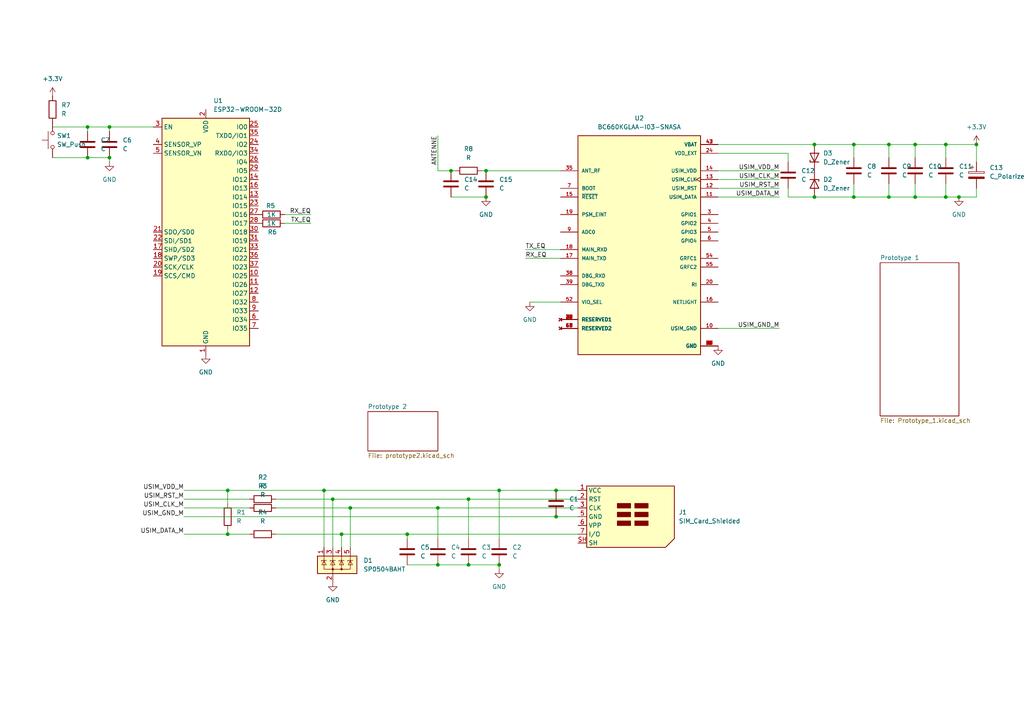
<source format=kicad_sch>
(kicad_sch (version 20231120) (generator "eeschema") (generator_version "8.0")
  (paper "A4")
  (lib_symbols
    (symbol "BC660KGLAA-I03-SNASA:BC660KGLAA-I03-SNASA" (pin_names (offset 1.016))
      (property "Reference" "U" (at -17.78 31.242 0))
      (property "Value" "BC660KGLAA-I03-SNASA" (at -17.78 -35.56 0))
      (symbol "BC660KGLAA-I03-SNASA_0_0"
        (rectangle (start -17.78 -33.02) (end 17.78 30.48) (stroke (width 0.254)) (fill (type background)))
        (pin power_in line (at 22.86 -30.48 180) (length 5.08) (name "GND") (number "1"))
        (pin power_in line (at 22.86 -25.4 180) (length 5.08) (name "USIM_GND") (number "10"))
        (pin output line (at 22.86 12.7 180) (length 5.08) (name "USIM_DATA") (number "11"))
        (pin output line (at 22.86 15.24 180) (length 5.08) (name "USIM_RST") (number "12"))
        (pin output clock (at 22.86 17.78 180) (length 5.08) (name "USIM_CLK") (number "13"))
        (pin power_in line (at 22.86 20.32 180) (length 5.08) (name "USIM_VDD") (number "14"))
        (pin input line (at -22.86 12.7 0) (length 5.08) (name "~{RESET}") (number "15"))
        (pin output line (at 22.86 -17.78 180) (length 5.08) (name "NETLIGHT") (number "16"))
        (pin output line (at -22.86 -5.08 0) (length 5.08) (name "MAIN_TXD") (number "17"))
        (pin input line (at -22.86 -2.54 0) (length 5.08) (name "MAIN_RXD") (number "18"))
        (pin input line (at -22.86 7.62 0) (length 5.08) (name "PSM_EINT") (number "19"))
        (pin no_connect line (at -22.86 -22.86 0) (length 5.08) (name "RESERVED1") (number "2"))
        (pin output line (at 22.86 -12.7 180) (length 5.08) (name "RI") (number "20"))
        (pin no_connect line (at -22.86 -22.86 0) (length 5.08) (name "RESERVED1") (number "21"))
        (pin no_connect line (at -22.86 -22.86 0) (length 5.08) (name "RESERVED1") (number "22"))
        (pin no_connect line (at -22.86 -22.86 0) (length 5.08) (name "RESERVED1") (number "23"))
        (pin power_in line (at 22.86 25.4 180) (length 5.08) (name "VDD_EXT") (number "24"))
        (pin no_connect line (at -22.86 -22.86 0) (length 5.08) (name "RESERVED1") (number "25"))
        (pin no_connect line (at -22.86 -22.86 0) (length 5.08) (name "RESERVED1") (number "26"))
        (pin power_in line (at 22.86 -30.48 180) (length 5.08) (name "GND") (number "27"))
        (pin no_connect line (at -22.86 -22.86 0) (length 5.08) (name "RESERVED1") (number "28"))
        (pin no_connect line (at -22.86 -22.86 0) (length 5.08) (name "RESERVED1") (number "29"))
        (pin bidirectional line (at 22.86 7.62 180) (length 5.08) (name "GPIO1") (number "3"))
        (pin no_connect line (at -22.86 -22.86 0) (length 5.08) (name "RESERVED1") (number "30"))
        (pin no_connect line (at -22.86 -22.86 0) (length 5.08) (name "RESERVED1") (number "31"))
        (pin no_connect line (at -22.86 -22.86 0) (length 5.08) (name "RESERVED1") (number "32"))
        (pin no_connect line (at -22.86 -22.86 0) (length 5.08) (name "RESERVED1") (number "33"))
        (pin power_in line (at 22.86 -30.48 180) (length 5.08) (name "GND") (number "34"))
        (pin bidirectional line (at -22.86 20.32 0) (length 5.08) (name "ANT_RF") (number "35"))
        (pin power_in line (at 22.86 -30.48 180) (length 5.08) (name "GND") (number "36"))
        (pin power_in line (at 22.86 -30.48 180) (length 5.08) (name "GND") (number "37"))
        (pin input line (at -22.86 -10.16 0) (length 5.08) (name "DBG_RXD") (number "38"))
        (pin output line (at -22.86 -12.7 0) (length 5.08) (name "DBG_TXD") (number "39"))
        (pin bidirectional line (at 22.86 5.08 180) (length 5.08) (name "GPIO2") (number "4"))
        (pin power_in line (at 22.86 -30.48 180) (length 5.08) (name "GND") (number "40"))
        (pin power_in line (at 22.86 -30.48 180) (length 5.08) (name "GND") (number "41"))
        (pin power_in line (at 22.86 27.94 180) (length 5.08) (name "VBAT") (number "42"))
        (pin power_in line (at 22.86 27.94 180) (length 5.08) (name "VBAT") (number "43"))
        (pin no_connect line (at -22.86 -22.86 0) (length 5.08) (name "RESERVED1") (number "44"))
        (pin no_connect line (at -22.86 -22.86 0) (length 5.08) (name "RESERVED1") (number "45"))
        (pin no_connect line (at -22.86 -25.4 0) (length 5.08) (name "RESERVED2") (number "46"))
        (pin no_connect line (at -22.86 -25.4 0) (length 5.08) (name "RESERVED2") (number "47"))
        (pin no_connect line (at -22.86 -25.4 0) (length 5.08) (name "RESERVED2") (number "48"))
        (pin no_connect line (at -22.86 -25.4 0) (length 5.08) (name "RESERVED2") (number "49"))
        (pin bidirectional line (at 22.86 2.54 180) (length 5.08) (name "GPIO3") (number "5"))
        (pin no_connect line (at -22.86 -25.4 0) (length 5.08) (name "RESERVED2") (number "50"))
        (pin no_connect line (at -22.86 -25.4 0) (length 5.08) (name "RESERVED2") (number "51"))
        (pin input line (at -22.86 -17.78 0) (length 5.08) (name "VIO_SEL") (number "52"))
        (pin no_connect line (at -22.86 -25.4 0) (length 5.08) (name "RESERVED2") (number "53"))
        (pin output line (at 22.86 -5.08 180) (length 5.08) (name "GRFC1") (number "54"))
        (pin output line (at 22.86 -7.62 180) (length 5.08) (name "GRFC2") (number "55"))
        (pin power_in line (at 22.86 -30.48 180) (length 5.08) (name "GND") (number "56"))
        (pin power_in line (at 22.86 -30.48 180) (length 5.08) (name "GND") (number "57"))
        (pin power_in line (at 22.86 -30.48 180) (length 5.08) (name "GND") (number "58"))
        (pin bidirectional line (at 22.86 0 180) (length 5.08) (name "GPIO4") (number "6"))
        (pin input line (at -22.86 15.24 0) (length 5.08) (name "BOOT") (number "7"))
        (pin no_connect line (at -22.86 -22.86 0) (length 5.08) (name "RESERVED1") (number "8"))
        (pin input line (at -22.86 2.54 0) (length 5.08) (name "ADC0") (number "9"))
      )
    )
    (symbol "Connector:SIM_Card_Shielded"
      (property "Reference" "J" (at -2.54 12.7 0))
      (property "Value" "SIM_Card_Shielded" (at -1.27 10.16 0))
      (symbol "SIM_Card_Shielded_0_1"
        (rectangle (start -1.27 -2.54) (end 2.54 -1.27) (stroke (width 0.254)) (fill (type outline)))
        (rectangle (start -1.27 0) (end 2.54 1.27) (stroke (width 0.254)) (fill (type outline)))
        (rectangle (start -1.27 2.54) (end 2.54 3.81) (stroke (width 0.254)) (fill (type outline)))
        (polyline (pts (xy -10.16 8.89) (xy -10.16 -8.89) (xy 12.7 -8.89) (xy 15.24 -6.35) (xy 15.24 8.89) (xy -10.16 8.89)) (stroke (width 0.254)) (fill (type background)))
        (rectangle (start 3.81 -1.27) (end 7.62 -2.54) (stroke (width 0.254)) (fill (type outline)))
        (rectangle (start 3.81 0) (end 7.62 1.27) (stroke (width 0.254)) (fill (type outline)))
        (rectangle (start 3.81 2.54) (end 7.62 3.81) (stroke (width 0.254)) (fill (type outline)))
      )
      (symbol "SIM_Card_Shielded_1_1"
        (pin power_in line (at -12.7 7.62 0) (length 2.54) (name "VCC") (number "1"))
        (pin input line (at -12.7 5.08 0) (length 2.54) (name "RST") (number "2"))
        (pin input line (at -12.7 2.54 0) (length 2.54) (name "CLK") (number "3"))
        (pin power_in line (at -12.7 0 0) (length 2.54) (name "GND") (number "5"))
        (pin input line (at -12.7 -2.54 0) (length 2.54) (name "VPP") (number "6"))
        (pin bidirectional line (at -12.7 -5.08 0) (length 2.54) (name "I/O") (number "7"))
        (pin passive line (at -12.7 -7.62 0) (length 2.54) (name "SH") (number "SH"))
      )
    )
    (symbol "Device:C" (pin_numbers hide) (pin_names (offset 0.254))
      (property "Reference" "C" (at 0.635 2.54 0))
      (property "Value" "C" (at 0.635 -2.54 0))
      (symbol "C_0_1"
        (polyline (pts (xy -2.032 -0.762) (xy 2.032 -0.762)) (stroke (width 0.508)))
        (polyline (pts (xy -2.032 0.762) (xy 2.032 0.762)) (stroke (width 0.508)))
      )
      (symbol "C_1_1"
        (pin passive line (at 0 3.81 270) (length 2.794) (name "~") (number "1"))
        (pin passive line (at 0 -3.81 90) (length 2.794) (name "~") (number "2"))
      )
    )
    (symbol "Device:C_Polarized" (pin_numbers hide) (pin_names (offset 0.254))
      (property "Reference" "C" (at 0.635 2.54 0))
      (property "Value" "C_Polarized" (at 0.635 -2.54 0))
      (symbol "C_Polarized_0_1"
        (rectangle (start -2.286 0.508) (end 2.286 1.016))
        (polyline (pts (xy -1.778 2.286) (xy -0.762 2.286)))
        (polyline (pts (xy -1.27 2.794) (xy -1.27 1.778)))
        (rectangle (start 2.286 -0.508) (end -2.286 -1.016) (fill (type outline)))
      )
      (symbol "C_Polarized_1_1"
        (pin passive line (at 0 3.81 270) (length 2.794) (name "~") (number "1"))
        (pin passive line (at 0 -3.81 90) (length 2.794) (name "~") (number "2"))
      )
    )
    (symbol "Device:D_Zener" (pin_numbers hide) (pin_names (offset 1.016) hide)
      (property "Reference" "D" (at 0 2.54 0))
      (property "Value" "D_Zener" (at 0 -2.54 0))
      (symbol "D_Zener_0_1"
        (polyline (pts (xy 1.27 0) (xy -1.27 0)))
        (polyline (pts (xy -1.27 -1.27) (xy -1.27 1.27) (xy -0.762 1.27)) (stroke (width 0.254)))
        (polyline (pts (xy 1.27 -1.27) (xy 1.27 1.27) (xy -1.27 0) (xy 1.27 -1.27)) (stroke (width 0.254)))
      )
      (symbol "D_Zener_1_1"
        (pin passive line (at -3.81 0 0) (length 2.54) (name "K") (number "1"))
        (pin passive line (at 3.81 0 180) (length 2.54) (name "A") (number "2"))
      )
    )
    (symbol "Device:R" (pin_numbers hide) (pin_names (offset 0))
      (property "Reference" "R" (at 2.032 0 90))
      (property "Value" "R" (at 0 0 90))
      (symbol "R_0_1"
        (rectangle (start -1.016 -2.54) (end 1.016 2.54) (stroke (width 0.254)))
      )
      (symbol "R_1_1"
        (pin passive line (at 0 3.81 270) (length 1.27) (name "~") (number "1"))
        (pin passive line (at 0 -3.81 90) (length 1.27) (name "~") (number "2"))
      )
    )
    (symbol "Power_Protection:SP0504BAHT" (pin_names hide)
      (property "Reference" "D" (at 7.62 2.54 0))
      (property "Value" "SP0504BAHT" (at 7.62 0.635 0))
      (symbol "SP0504BAHT_0_0"
        (pin passive line (at 0 -5.08 90) (length 2.54) (name "A") (number "2"))
      )
      (symbol "SP0504BAHT_0_1"
        (rectangle (start -4.445 2.54) (end 6.985 -2.54) (stroke (width 0.254)) (fill (type background)))
        (circle (center 0 -1.27) (radius 0.254) (fill (type outline)))
        (polyline (pts (xy -2.54 2.54) (xy -2.54 1.27)))
        (polyline (pts (xy 0 -1.27) (xy 0 -2.54)))
        (polyline (pts (xy 0 -1.27) (xy 0 1.27)))
        (polyline (pts (xy 0 2.54) (xy 0 1.27)))
        (polyline (pts (xy 2.54 2.54) (xy 2.54 1.27)))
        (polyline (pts (xy 5.08 2.54) (xy 5.08 1.27)))
        (polyline (pts (xy -3.302 1.016) (xy -3.302 1.27) (xy -1.778 1.27)))
        (polyline (pts (xy 0.762 1.27) (xy -0.762 1.27) (xy -0.762 1.016)))
        (polyline (pts (xy 5.08 1.27) (xy 5.08 -1.27) (xy 2.54 -1.27)))
        (polyline (pts (xy -2.54 1.27) (xy -2.54 -1.27) (xy 2.54 -1.27) (xy 2.54 1.27)))
        (polyline (pts (xy -2.54 1.27) (xy -1.905 0) (xy -3.175 0) (xy -2.54 1.27)))
        (polyline (pts (xy 0.635 0) (xy -0.635 0) (xy 0 1.27) (xy 0.635 0)))
        (polyline (pts (xy 1.778 1.016) (xy 1.778 1.27) (xy 3.175 1.27) (xy 3.302 1.27)))
        (polyline (pts (xy 2.54 1.27) (xy 1.905 0) (xy 3.175 0) (xy 2.54 1.27)))
        (polyline (pts (xy 4.318 1.016) (xy 4.318 1.27) (xy 5.715 1.27) (xy 5.842 1.27)))
        (polyline (pts (xy 5.08 1.27) (xy 4.445 0) (xy 5.715 0) (xy 5.08 1.27)))
        (circle (center 2.54 -1.27) (radius 0.254) (fill (type outline)))
      )
      (symbol "SP0504BAHT_1_1"
        (pin passive line (at -2.54 5.08 270) (length 2.54) (name "K") (number "1"))
        (pin passive line (at 0 5.08 270) (length 2.54) (name "K") (number "3"))
        (pin passive line (at 2.54 5.08 270) (length 2.54) (name "K") (number "4"))
        (pin passive line (at 5.08 5.08 270) (length 2.54) (name "K") (number "5"))
      )
    )
    (symbol "RF_Module:ESP32-WROOM-32D"
      (property "Reference" "U" (at -12.7 34.29 0))
      (property "Value" "ESP32-WROOM-32D" (at 1.27 34.29 0))
      (symbol "ESP32-WROOM-32D_0_1"
        (rectangle (start -12.7 33.02) (end 12.7 -33.02) (stroke (width 0.254)) (fill (type background)))
      )
      (symbol "ESP32-WROOM-32D_1_1"
        (pin power_in line (at 0 -35.56 90) (length 2.54) (name "GND") (number "1"))
        (pin bidirectional line (at 15.24 -12.7 180) (length 2.54) (name "IO25") (number "10"))
        (pin bidirectional line (at 15.24 -15.24 180) (length 2.54) (name "IO26") (number "11"))
        (pin bidirectional line (at 15.24 -17.78 180) (length 2.54) (name "IO27") (number "12"))
        (pin bidirectional line (at 15.24 10.16 180) (length 2.54) (name "IO14") (number "13"))
        (pin bidirectional line (at 15.24 15.24 180) (length 2.54) (name "IO12") (number "14"))
        (pin passive line (at 0 -35.56 90) (length 2.54) hide (name "GND") (number "15"))
        (pin bidirectional line (at 15.24 12.7 180) (length 2.54) (name "IO13") (number "16"))
        (pin bidirectional line (at -15.24 -5.08 0) (length 2.54) (name "SHD/SD2") (number "17"))
        (pin bidirectional line (at -15.24 -7.62 0) (length 2.54) (name "SWP/SD3") (number "18"))
        (pin bidirectional line (at -15.24 -12.7 0) (length 2.54) (name "SCS/CMD") (number "19"))
        (pin power_in line (at 0 35.56 270) (length 2.54) (name "VDD") (number "2"))
        (pin bidirectional line (at -15.24 -10.16 0) (length 2.54) (name "SCK/CLK") (number "20"))
        (pin bidirectional line (at -15.24 0 0) (length 2.54) (name "SDO/SD0") (number "21"))
        (pin bidirectional line (at -15.24 -2.54 0) (length 2.54) (name "SDI/SD1") (number "22"))
        (pin bidirectional line (at 15.24 7.62 180) (length 2.54) (name "IO15") (number "23"))
        (pin bidirectional line (at 15.24 25.4 180) (length 2.54) (name "IO2") (number "24"))
        (pin bidirectional line (at 15.24 30.48 180) (length 2.54) (name "IO0") (number "25"))
        (pin bidirectional line (at 15.24 20.32 180) (length 2.54) (name "IO4") (number "26"))
        (pin bidirectional line (at 15.24 5.08 180) (length 2.54) (name "IO16") (number "27"))
        (pin bidirectional line (at 15.24 2.54 180) (length 2.54) (name "IO17") (number "28"))
        (pin bidirectional line (at 15.24 17.78 180) (length 2.54) (name "IO5") (number "29"))
        (pin input line (at -15.24 30.48 0) (length 2.54) (name "EN") (number "3"))
        (pin bidirectional line (at 15.24 0 180) (length 2.54) (name "IO18") (number "30"))
        (pin bidirectional line (at 15.24 -2.54 180) (length 2.54) (name "IO19") (number "31"))
        (pin no_connect line (at -12.7 -27.94 0) (length 2.54) hide (name "NC") (number "32"))
        (pin bidirectional line (at 15.24 -5.08 180) (length 2.54) (name "IO21") (number "33"))
        (pin bidirectional line (at 15.24 22.86 180) (length 2.54) (name "RXD0/IO3") (number "34"))
        (pin bidirectional line (at 15.24 27.94 180) (length 2.54) (name "TXD0/IO1") (number "35"))
        (pin bidirectional line (at 15.24 -7.62 180) (length 2.54) (name "IO22") (number "36"))
        (pin bidirectional line (at 15.24 -10.16 180) (length 2.54) (name "IO23") (number "37"))
        (pin passive line (at 0 -35.56 90) (length 2.54) hide (name "GND") (number "38"))
        (pin passive line (at 0 -35.56 90) (length 2.54) hide (name "GND") (number "39"))
        (pin input line (at -15.24 25.4 0) (length 2.54) (name "SENSOR_VP") (number "4"))
        (pin input line (at -15.24 22.86 0) (length 2.54) (name "SENSOR_VN") (number "5"))
        (pin input line (at 15.24 -25.4 180) (length 2.54) (name "IO34") (number "6"))
        (pin input line (at 15.24 -27.94 180) (length 2.54) (name "IO35") (number "7"))
        (pin bidirectional line (at 15.24 -20.32 180) (length 2.54) (name "IO32") (number "8"))
        (pin bidirectional line (at 15.24 -22.86 180) (length 2.54) (name "IO33") (number "9"))
      )
    )
    (symbol "Switch:SW_Push" (pin_numbers hide) (pin_names (offset 1.016) hide)
      (property "Reference" "SW" (at 1.27 2.54 0))
      (property "Value" "SW_Push" (at 0 -1.524 0))
      (symbol "SW_Push_0_1"
        (circle (center -2.032 0) (radius 0.508))
        (polyline (pts (xy 0 1.27) (xy 0 3.048)))
        (polyline (pts (xy 2.54 1.27) (xy -2.54 1.27)))
        (circle (center 2.032 0) (radius 0.508))
        (pin passive line (at -5.08 0 0) (length 2.54) (name "1") (number "1"))
        (pin passive line (at 5.08 0 180) (length 2.54) (name "2") (number "2"))
      )
    )
    (symbol "power:+3.3V" (power) (pin_numbers hide) (pin_names (offset 0) hide)
      (property "Value" "+3.3V" (at 0 3.556 0))
      (symbol "+3.3V_0_1"
        (polyline (pts (xy -0.762 1.27) (xy 0 2.54)))
        (polyline (pts (xy 0 0) (xy 0 2.54)))
        (polyline (pts (xy 0 2.54) (xy 0.762 1.27)))
      )
      (symbol "+3.3V_1_1"
        (pin power_in line (at 0 0 90) (length 0) (name "~") (number "1"))
      )
    )
    (symbol "power:GND" (power) (pin_numbers hide) (pin_names (offset 0) hide)
      (property "Value" "GND" (at 0 -3.81 0))
      (symbol "GND_0_1"
        (polyline (pts (xy 0 0) (xy 0 -1.27) (xy 1.27 -1.27) (xy 0 -2.54) (xy -1.27 -1.27) (xy 0 -1.27)))
      )
      (symbol "GND_1_1"
        (pin power_in line (at 0 0 270) (length 0) (name "~") (number "1"))
      )
    )
  )
  (junction (at 236.22 41.91))
  (junction (at 66.04 154.94))
  (junction (at 247.65 41.91))
  (junction (at 144.78 163.83))
  (junction (at 257.81 57.15))
  (junction (at 274.32 41.91))
  (junction (at 161.29 142.24))
  (junction (at 66.04 142.24))
  (junction (at 118.11 154.94))
  (junction (at 236.22 57.15))
  (junction (at 257.81 41.91))
  (junction (at 278.13 57.15))
  (junction (at 31.75 45.72))
  (junction (at 135.89 163.83))
  (junction (at 93.98 142.24))
  (junction (at 283.21 41.91))
  (junction (at 96.52 144.78))
  (junction (at 127 147.32))
  (junction (at 140.97 49.53))
  (junction (at 144.78 142.24))
  (junction (at 101.6 147.32))
  (junction (at 161.29 149.86))
  (junction (at 25.4 45.72))
  (junction (at 31.75 36.83))
  (junction (at 265.43 41.91))
  (junction (at 130.81 49.53))
  (junction (at 140.97 57.15))
  (junction (at 135.89 144.78))
  (junction (at 265.43 57.15))
  (junction (at 274.32 57.15))
  (junction (at 127 163.83))
  (junction (at 25.4 36.83))
  (junction (at 99.06 154.94))
  (junction (at 247.65 57.15))
  (wire (pts (xy 228.6 54.61) (xy 228.6 57.15)))
  (wire (pts (xy 247.65 41.91) (xy 257.81 41.91)))
  (wire (pts (xy 15.24 36.83) (xy 25.4 36.83)))
  (wire (pts (xy 153.67 87.63) (xy 162.56 87.63)))
  (wire (pts (xy 152.4 72.39) (xy 162.56 72.39)))
  (wire (pts (xy 208.28 95.25) (xy 226.06 95.25)))
  (wire (pts (xy 135.89 163.83) (xy 144.78 163.83)))
  (wire (pts (xy 278.13 57.15) (xy 283.21 57.15)))
  (wire (pts (xy 101.6 147.32) (xy 101.6 158.75)))
  (wire (pts (xy 152.4 74.93) (xy 162.56 74.93)))
  (wire (pts (xy 228.6 57.15) (xy 236.22 57.15)))
  (wire (pts (xy 31.75 45.72) (xy 31.75 46.99)))
  (wire (pts (xy 99.06 154.94) (xy 118.11 154.94)))
  (wire (pts (xy 208.28 57.15) (xy 226.06 57.15)))
  (wire (pts (xy 53.34 142.24) (xy 66.04 142.24)))
  (wire (pts (xy 257.81 53.34) (xy 257.81 57.15)))
  (wire (pts (xy 208.28 44.45) (xy 228.6 44.45)))
  (wire (pts (xy 31.75 36.83) (xy 31.75 38.1)))
  (wire (pts (xy 247.65 41.91) (xy 247.65 45.72)))
  (wire (pts (xy 274.32 41.91) (xy 274.32 45.72)))
  (wire (pts (xy 96.52 144.78) (xy 135.89 144.78)))
  (wire (pts (xy 130.81 57.15) (xy 140.97 57.15)))
  (wire (pts (xy 257.81 57.15) (xy 265.43 57.15)))
  (wire (pts (xy 80.01 147.32) (xy 101.6 147.32)))
  (wire (pts (xy 127 147.32) (xy 167.64 147.32)))
  (wire (pts (xy 118.11 163.83) (xy 127 163.83)))
  (wire (pts (xy 265.43 41.91) (xy 274.32 41.91)))
  (wire (pts (xy 236.22 41.91) (xy 247.65 41.91)))
  (wire (pts (xy 162.56 49.53) (xy 140.97 49.53)))
  (wire (pts (xy 66.04 153.67) (xy 66.04 154.94)))
  (wire (pts (xy 257.81 41.91) (xy 257.81 45.72)))
  (wire (pts (xy 127 163.83) (xy 135.89 163.83)))
  (wire (pts (xy 265.43 57.15) (xy 274.32 57.15)))
  (wire (pts (xy 53.34 149.86) (xy 161.29 149.86)))
  (wire (pts (xy 208.28 54.61) (xy 226.06 54.61)))
  (wire (pts (xy 96.52 144.78) (xy 96.52 158.75)))
  (wire (pts (xy 127 147.32) (xy 127 156.21)))
  (wire (pts (xy 130.81 49.53) (xy 127 49.53)))
  (wire (pts (xy 144.78 163.83) (xy 144.78 165.1)))
  (wire (pts (xy 274.32 57.15) (xy 278.13 57.15)))
  (wire (pts (xy 265.43 41.91) (xy 265.43 45.72)))
  (wire (pts (xy 274.32 53.34) (xy 274.32 57.15)))
  (wire (pts (xy 135.89 144.78) (xy 167.64 144.78)))
  (wire (pts (xy 140.97 49.53) (xy 139.7 49.53)))
  (wire (pts (xy 274.32 41.91) (xy 283.21 41.91)))
  (wire (pts (xy 118.11 154.94) (xy 167.64 154.94)))
  (wire (pts (xy 25.4 45.72) (xy 31.75 45.72)))
  (wire (pts (xy 135.89 144.78) (xy 135.89 156.21)))
  (wire (pts (xy 53.34 144.78) (xy 72.39 144.78)))
  (wire (pts (xy 208.28 52.07) (xy 226.06 52.07)))
  (wire (pts (xy 247.65 53.34) (xy 247.65 57.15)))
  (wire (pts (xy 82.55 64.77) (xy 90.17 64.77)))
  (wire (pts (xy 101.6 147.32) (xy 127 147.32)))
  (wire (pts (xy 144.78 142.24) (xy 161.29 142.24)))
  (wire (pts (xy 283.21 41.91) (xy 283.21 46.99)))
  (wire (pts (xy 25.4 36.83) (xy 25.4 38.1)))
  (wire (pts (xy 53.34 147.32) (xy 72.39 147.32)))
  (wire (pts (xy 99.06 154.94) (xy 99.06 158.75)))
  (wire (pts (xy 132.08 49.53) (xy 130.81 49.53)))
  (wire (pts (xy 228.6 44.45) (xy 228.6 46.99)))
  (wire (pts (xy 118.11 156.21) (xy 118.11 154.94)))
  (wire (pts (xy 93.98 142.24) (xy 144.78 142.24)))
  (wire (pts (xy 208.28 41.91) (xy 236.22 41.91)))
  (wire (pts (xy 15.24 45.72) (xy 25.4 45.72)))
  (wire (pts (xy 161.29 149.86) (xy 167.64 149.86)))
  (wire (pts (xy 265.43 53.34) (xy 265.43 57.15)))
  (wire (pts (xy 80.01 154.94) (xy 99.06 154.94)))
  (wire (pts (xy 283.21 54.61) (xy 283.21 57.15)))
  (wire (pts (xy 80.01 144.78) (xy 96.52 144.78)))
  (wire (pts (xy 247.65 57.15) (xy 257.81 57.15)))
  (wire (pts (xy 127 39.37) (xy 127 49.53)))
  (wire (pts (xy 66.04 142.24) (xy 93.98 142.24)))
  (wire (pts (xy 257.81 41.91) (xy 265.43 41.91)))
  (wire (pts (xy 25.4 36.83) (xy 31.75 36.83)))
  (wire (pts (xy 236.22 57.15) (xy 247.65 57.15)))
  (wire (pts (xy 82.55 62.23) (xy 90.17 62.23)))
  (wire (pts (xy 66.04 154.94) (xy 72.39 154.94)))
  (wire (pts (xy 208.28 49.53) (xy 226.06 49.53)))
  (wire (pts (xy 161.29 142.24) (xy 167.64 142.24)))
  (wire (pts (xy 66.04 142.24) (xy 66.04 146.05)))
  (wire (pts (xy 144.78 142.24) (xy 144.78 156.21)))
  (wire (pts (xy 53.34 154.94) (xy 66.04 154.94)))
  (wire (pts (xy 31.75 36.83) (xy 44.45 36.83)))
  (wire (pts (xy 93.98 142.24) (xy 93.98 158.75)))
  (label "USIM_GND_M" (at 53.34 149.86 180))
  (label "USIM_VDD_M" (at 53.34 142.24 180))
  (label "ANTENNE" (at 127 39.37 270))
  (label "USIM_VDD_M" (at 226.06 49.53 180))
  (label "USIM_DATA_M" (at 226.06 57.15 180))
  (label "TX_EQ" (at 90.17 64.77 180))
  (label "TX_EQ" (at 152.4 72.39 0))
  (label "USIM_DATA_M" (at 53.34 154.94 180))
  (label "USIM_GND_M" (at 226.06 95.25 180))
  (label "RX_EQ" (at 90.17 62.23 180))
  (label "USIM_RST_M" (at 53.34 144.78 180))
  (label "USIM_RST_M" (at 226.06 54.61 180))
  (label "USIM_CLK_M" (at 53.34 147.32 180))
  (label "USIM_CLK_M" (at 226.06 52.07 180))
  (label "RX_EQ" (at 152.4 74.93 0))
  (symbol (lib_id "power:GND") (at 278.13 57.15 0) (unit 1)
    (property "Reference" "#PWR08" (effects (hide yes)))
    (property "Value" "GND" (at 278.13 62.23 0))
    (property "Description" "Power symbol creates a global label with name \"GND\" , ground" (effects (hide yes)))
  )
  (symbol (lib_id "Device:C") (at 25.4 41.91 0) (unit 1)
    (property "Reference" "C7" (at 29.21 40.6399 0) (effects (justify left)))
    (property "Value" "C" (at 29.21 43.1799 0) (effects (justify left)))
    (property "Description" "Unpolarized capacitor" (effects (hide yes)))
  )
  (symbol (lib_id "Device:R") (at 78.74 64.77 90) (unit 1)
    (property "Reference" "R6" (at 78.994 67.31 90))
    (property "Value" "1K" (at 78.74 64.77 90))
    (property "Description" "Resistor" (effects (hide yes)))
  )
  (symbol (lib_id "Device:C") (at 144.78 160.02 0) (unit 1)
    (property "Reference" "C2" (at 148.59 158.7499 0) (effects (justify left)))
    (property "Value" "C" (at 148.59 161.2899 0) (effects (justify left)))
    (property "Description" "Unpolarized capacitor" (effects (hide yes)))
  )
  (symbol (lib_id "power:GND") (at 31.75 46.99 0) (unit 1)
    (property "Reference" "#PWR04" (effects (hide yes)))
    (property "Value" "GND" (at 31.75 52.07 0))
    (property "Description" "Power symbol creates a global label with name \"GND\" , ground" (effects (hide yes)))
  )
  (symbol (lib_id "Device:R") (at 76.2 144.78 90) (unit 1)
    (property "Reference" "R2" (at 76.2 138.43 90))
    (property "Value" "R" (at 76.2 140.97 90))
    (property "Description" "Resistor" (effects (hide yes)))
  )
  (symbol (lib_id "Device:R") (at 76.2 154.94 90) (unit 1)
    (property "Reference" "R4" (at 76.2 148.59 90))
    (property "Value" "R" (at 76.2 151.13 90))
    (property "Description" "Resistor" (effects (hide yes)))
  )
  (symbol (lib_id "power:GND") (at 59.69 102.87 0) (unit 1)
    (property "Reference" "#PWR03" (effects (hide yes)))
    (property "Value" "GND" (at 59.69 107.95 0))
    (property "Description" "Power symbol creates a global label with name \"GND\" , ground" (effects (hide yes)))
  )
  (symbol (lib_id "Device:C") (at 140.97 53.34 0) (unit 1)
    (property "Reference" "C15" (at 144.78 52.0699 0) (effects (justify left)))
    (property "Value" "C" (at 144.78 54.6099 0) (effects (justify left)))
    (property "Description" "Unpolarized capacitor" (effects (hide yes)))
  )
  (symbol (lib_id "power:GND") (at 140.97 57.15 0) (unit 1)
    (property "Reference" "#PWR010" (effects (hide yes)))
    (property "Value" "GND" (at 140.97 62.23 0))
    (property "Description" "Power symbol creates a global label with name \"GND\" , ground" (effects (hide yes)))
  )
  (symbol (lib_id "Device:C") (at 135.89 160.02 0) (unit 1)
    (property "Reference" "C3" (at 139.7 158.7499 0) (effects (justify left)))
    (property "Value" "C" (at 139.7 161.2899 0) (effects (justify left)))
    (property "Description" "Unpolarized capacitor" (effects (hide yes)))
  )
  (symbol (lib_id "BC660KGLAA-I03-SNASA:BC660KGLAA-I03-SNASA") (at 185.42 69.85 0) (unit 1)
    (property "Reference" "U2" (at 185.42 34.29 0))
    (property "Value" "BC660KGLAA-I03-SNASA" (at 185.42 36.83 0))
    (property "Footprint" "BC660KGLAA-I03-SNASA:XCVR_BC660KGLAA-I03-SNASA" (effects (hide yes)))
    (property "MF" "Quectel" (effects (hide yes)))
    (property "MAXIMUM_PACKAGE_HEIGHT" "2.2mm" (effects (hide yes)))
    (property "Package" "None" (effects (hide yes)))
    (property "Price" "None" (effects (hide yes)))
    (property "Check_prices" "https://www.snapeda.com/parts/BC660KGLAA-I03-SNASA/Quectel/view-part/?ref=eda" (effects (hide yes)))
    (property "STANDARD" "Manufacturer Recommendations" (effects (hide yes)))
    (property "PARTREV" "1.2" (effects (hide yes)))
    (property "SnapEDA_Link" "https://www.snapeda.com/parts/BC660KGLAA-I03-SNASA/Quectel/view-part/?ref=snap" (effects (hide yes)))
    (property "MP" "BC660KGLAA-I03-SNASA" (effects (hide yes)))
    (property "Description_1" "\n                        \n                            Compact NB-IoT Module with Ultra-low Power Consumption\n                        \n" (effects (hide yes)))
    (property "MANUFACTURER" "Quectel" (effects (hide yes)))
    (property "Availability" "In Stock" (effects (hide yes)))
    (property "SNAPEDA_PN" "BC660KGLAA-I03-SNASA" (effects (hide yes)))
  )
  (symbol (lib_id "Device:C") (at 257.81 49.53 0) (unit 1)
    (property "Reference" "C9" (at 261.62 48.2599 0) (effects (justify left)))
    (property "Value" "C" (at 261.62 50.7999 0) (effects (justify left)))
    (property "Description" "Unpolarized capacitor" (effects (hide yes)))
  )
  (symbol (lib_id "Device:C") (at 118.11 160.02 0) (unit 1)
    (property "Reference" "C5" (at 121.92 158.7499 0) (effects (justify left)))
    (property "Value" "C" (at 121.92 161.2899 0) (effects (justify left)))
    (property "Description" "Unpolarized capacitor" (effects (hide yes)))
  )
  (symbol (lib_id "power:GND") (at 96.52 168.91 0) (unit 1)
    (property "Reference" "#PWR02" (effects (hide yes)))
    (property "Value" "GND" (at 96.52 173.99 0))
    (property "Description" "Power symbol creates a global label with name \"GND\" , ground" (effects (hide yes)))
  )
  (symbol (lib_id "power:GND") (at 153.67 87.63 0) (unit 1)
    (property "Reference" "#PWR06" (effects (hide yes)))
    (property "Value" "GND" (at 153.67 92.71 0))
    (property "Description" "Power symbol creates a global label with name \"GND\" , ground" (effects (hide yes)))
  )
  (symbol (lib_id "power:GND") (at 208.28 100.33 0) (unit 1)
    (property "Reference" "#PWR07" (effects (hide yes)))
    (property "Value" "GND" (at 208.28 105.41 0))
    (property "Description" "Power symbol creates a global label with name \"GND\" , ground" (effects (hide yes)))
  )
  (symbol (lib_id "Device:C") (at 247.65 49.53 0) (unit 1)
    (property "Reference" "C8" (at 251.46 48.2599 0) (effects (justify left)))
    (property "Value" "C" (at 251.46 50.7999 0) (effects (justify left)))
    (property "Description" "Unpolarized capacitor" (effects (hide yes)))
  )
  (symbol (lib_id "Device:C") (at 161.29 146.05 0) (unit 1)
    (property "Reference" "C1" (at 165.1 144.7799 0) (effects (justify left)))
    (property "Value" "C" (at 165.1 147.3199 0) (effects (justify left)))
    (property "Description" "Unpolarized capacitor" (effects (hide yes)))
  )
  (symbol (lib_id "Power_Protection:SP0504BAHT") (at 96.52 163.83 0) (unit 1)
    (property "Reference" "D1" (at 105.41 162.5599 0) (effects (justify left)))
    (property "Value" "SP0504BAHT" (at 105.41 165.0999 0) (effects (justify left)))
    (property "Footprint" "Package_TO_SOT_SMD:SOT-23-5" (effects (hide yes)))
    (property "Datasheet" "http://www.littelfuse.com/~/media/files/littelfuse/technical%20resources/documents/data%20sheets/sp05xxba.pdf" (effects (hide yes)))
    (property "Description" "TVS Diode Array, 5.5V Standoff, 4 Channels, SOT-23-5 package" (effects (hide yes)))
  )
  (symbol (lib_id "Switch:SW_Push") (at 15.24 40.64 90) (unit 1)
    (property "Reference" "SW1" (at 16.51 39.3699 90) (effects (justify right)))
    (property "Value" "SW_Push" (at 16.51 41.9099 90) (effects (justify right)))
    (property "Description" "Push button switch, generic, two pins" (effects (hide yes)))
  )
  (symbol (lib_id "Device:R") (at 76.2 147.32 90) (unit 1)
    (property "Reference" "R3" (at 76.2 140.97 90))
    (property "Value" "R" (at 76.2 143.51 90))
    (property "Description" "Resistor" (effects (hide yes)))
  )
  (symbol (lib_id "Device:C") (at 130.81 53.34 0) (unit 1)
    (property "Reference" "C14" (at 134.62 52.0699 0) (effects (justify left)))
    (property "Value" "C" (at 134.62 54.6099 0) (effects (justify left)))
    (property "Description" "Unpolarized capacitor" (effects (hide yes)))
  )
  (symbol (lib_id "Device:C") (at 31.75 41.91 0) (unit 1)
    (property "Reference" "C6" (at 35.56 40.6399 0) (effects (justify left)))
    (property "Value" "C" (at 35.56 43.1799 0) (effects (justify left)))
    (property "Description" "Unpolarized capacitor" (effects (hide yes)))
  )
  (symbol (lib_id "Device:C") (at 228.6 50.8 0) (unit 1)
    (property "Reference" "C12" (at 232.41 49.5299 0) (effects (justify left)))
    (property "Value" "C" (at 232.41 52.0699 0) (effects (justify left)))
    (property "Description" "Unpolarized capacitor" (effects (hide yes)))
  )
  (symbol (lib_id "Device:C") (at 127 160.02 0) (unit 1)
    (property "Reference" "C4" (at 130.81 158.7499 0) (effects (justify left)))
    (property "Value" "C" (at 130.81 161.2899 0) (effects (justify left)))
    (property "Description" "Unpolarized capacitor" (effects (hide yes)))
  )
  (symbol (lib_id "Device:C_Polarized") (at 283.21 50.8 0) (unit 1)
    (property "Reference" "C13" (at 287.02 48.6409 0) (effects (justify left)))
    (property "Value" "C_Polarized" (at 287.02 51.1809 0) (effects (justify left)))
    (property "Description" "Polarized capacitor" (effects (hide yes)))
  )
  (symbol (lib_id "Device:R") (at 66.04 149.86 0) (unit 1)
    (property "Reference" "R1" (at 68.58 148.5899 0) (effects (justify left)))
    (property "Value" "R" (at 68.58 151.1299 0) (effects (justify left)))
    (property "Description" "Resistor" (effects (hide yes)))
  )
  (symbol (lib_id "RF_Module:ESP32-WROOM-32D") (at 59.69 67.31 0) (unit 1)
    (property "Reference" "U1" (at 61.8841 29.21 0) (effects (justify left)))
    (property "Value" "ESP32-WROOM-32D" (at 61.8841 31.75 0) (effects (justify left)))
    (property "Footprint" "RF_Module:ESP32-WROOM-32D" (effects (hide yes)))
    (property "Datasheet" "https://www.espressif.com/sites/default/files/documentation/esp32-wroom-32d_esp32-wroom-32u_datasheet_en.pdf" (effects (hide yes)))
    (property "Description" "RF Module, ESP32-D0WD SoC, Wi-Fi 802.11b/g/n, Bluetooth, BLE, 32-bit, 2.7-3.6V, onboard antenna, SMD" (effects (hide yes)))
  )
  (symbol (lib_id "Device:D_Zener") (at 236.22 45.72 90) (unit 1)
    (property "Reference" "D3" (at 238.76 44.4499 90) (effects (justify right)))
    (property "Value" "D_Zener" (at 238.76 46.9899 90) (effects (justify right)))
    (property "Description" "Zener diode" (effects (hide yes)))
  )
  (symbol (lib_id "Device:R") (at 135.89 49.53 90) (unit 1)
    (property "Reference" "R8" (at 135.89 43.18 90))
    (property "Value" "R" (at 135.89 45.72 90))
    (property "Description" "Resistor" (effects (hide yes)))
  )
  (symbol (lib_id "power:GND") (at 144.78 165.1 0) (unit 1)
    (property "Reference" "#PWR01" (effects (hide yes)))
    (property "Value" "GND" (at 144.78 170.18 0))
    (property "Description" "Power symbol creates a global label with name \"GND\" , ground" (effects (hide yes)))
  )
  (symbol (lib_id "power:+3.3V") (at 283.21 41.91 0) (unit 1)
    (property "Reference" "#PWR09" (effects (hide yes)))
    (property "Value" "+3.3V" (at 283.21 36.83 0))
    (property "Description" "Power symbol creates a global label with name \"+3.3V\"" (effects (hide yes)))
  )
  (symbol (lib_id "Connector:SIM_Card_Shielded") (at 180.34 149.86 0) (unit 1)
    (property "Reference" "J1" (at 196.85 148.5899 0) (effects (justify left)))
    (property "Value" "SIM_Card_Shielded" (at 196.85 151.1299 0) (effects (justify left)))
    (property "Description" "SIM Card" (effects (hide yes)))
  )
  (symbol (lib_id "Device:R") (at 78.74 62.23 270) (unit 1)
    (property "Reference" "R5" (at 78.486 59.69 90))
    (property "Value" "1K" (at 78.74 62.23 90))
    (property "Description" "Resistor" (effects (hide yes)))
  )
  (symbol (lib_id "Device:C") (at 274.32 49.53 0) (unit 1)
    (property "Reference" "C11" (at 278.13 48.2599 0) (effects (justify left)))
    (property "Value" "C" (at 278.13 50.7999 0) (effects (justify left)))
    (property "Description" "Unpolarized capacitor" (effects (hide yes)))
  )
  (symbol (lib_id "Device:C") (at 265.43 49.53 0) (unit 1)
    (property "Reference" "C10" (at 269.24 48.2599 0) (effects (justify left)))
    (property "Value" "C" (at 269.24 50.7999 0) (effects (justify left)))
    (property "Description" "Unpolarized capacitor" (effects (hide yes)))
  )
  (symbol (lib_id "Device:R") (at 15.24 31.75 0) (unit 1)
    (property "Reference" "R7" (at 17.78 30.4799 0) (effects (justify left)))
    (property "Value" "R" (at 17.78 33.0199 0) (effects (justify left)))
    (property "Description" "Resistor" (effects (hide yes)))
  )
  (symbol (lib_id "power:+3.3V") (at 15.24 27.94 0) (unit 1)
    (property "Reference" "#PWR05" (effects (hide yes)))
    (property "Value" "+3.3V" (at 15.24 22.86 0))
    (property "Description" "Power symbol creates a global label with name \"+3.3V\"" (effects (hide yes)))
  )
  (symbol (lib_id "Device:D_Zener") (at 236.22 53.34 270) (unit 1)
    (property "Reference" "D2" (at 238.76 52.0699 90) (effects (justify left)))
    (property "Value" "D_Zener" (at 238.76 54.6099 90) (effects (justify left)))
    (property "Description" "Zener diode" (effects (hide yes)))
  )
  (sheet (at 255.27 76.2) (size 22.86 44.45) (stroke (width 0.1524))
    (property "Sheetname" "Prototype 1" (at 255.27 75.4884 0) (effects (justify left bottom)))
    (property "Sheetfile" "Prototype_1.kicad_sch" (at 255.27 121.2346 0) (effects (justify left top)))
  )
  (sheet (at 106.68 119.38) (size 20.32 11.43) (stroke (width 0.1524))
    (property "Sheetname" "Prototype 2" (at 106.68 118.6684 0) (effects (justify left bottom)))
    (property "Sheetfile" "prototype2.kicad_sch" (at 106.68 131.3946 0) (effects (justify left top)))
  )
)
</source>
